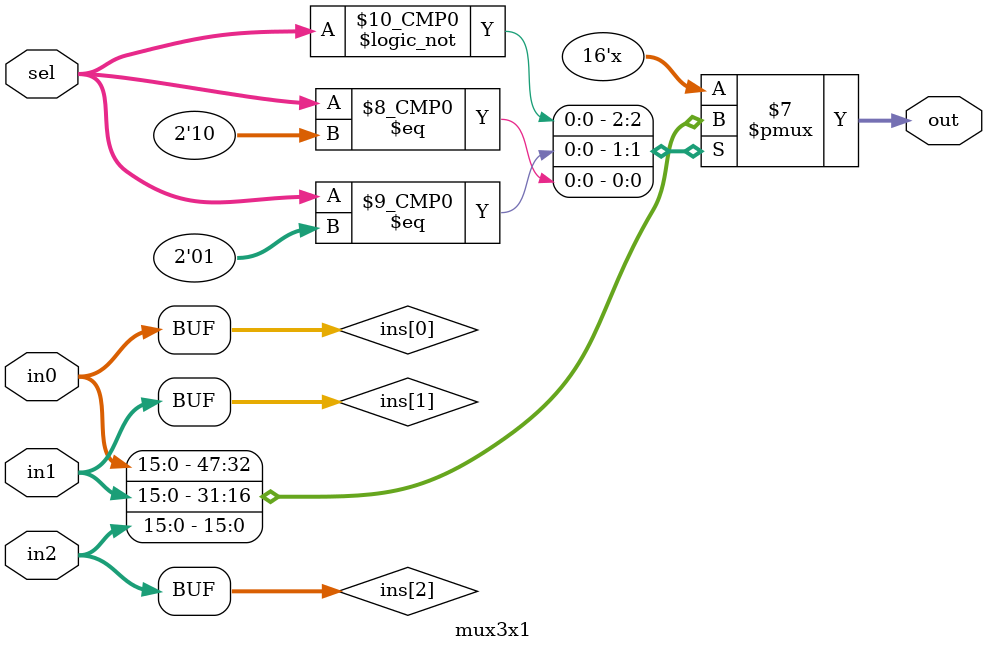
<source format=v>

module mux3x1 #
(
  parameter WIDTH = 16
)
(
  input [2-1:0] sel,
  input [WIDTH-1:0] in0,
  input [WIDTH-1:0] in1,
  input [WIDTH-1:0] in2,
  output [WIDTH-1:0] out
);

  wire [WIDTH-1:0] ins [0:3-1];
  assign ins[0] = in0;
  assign ins[1] = in1;
  assign ins[2] = in2;
  assign out = ins[sel];

endmodule

</source>
